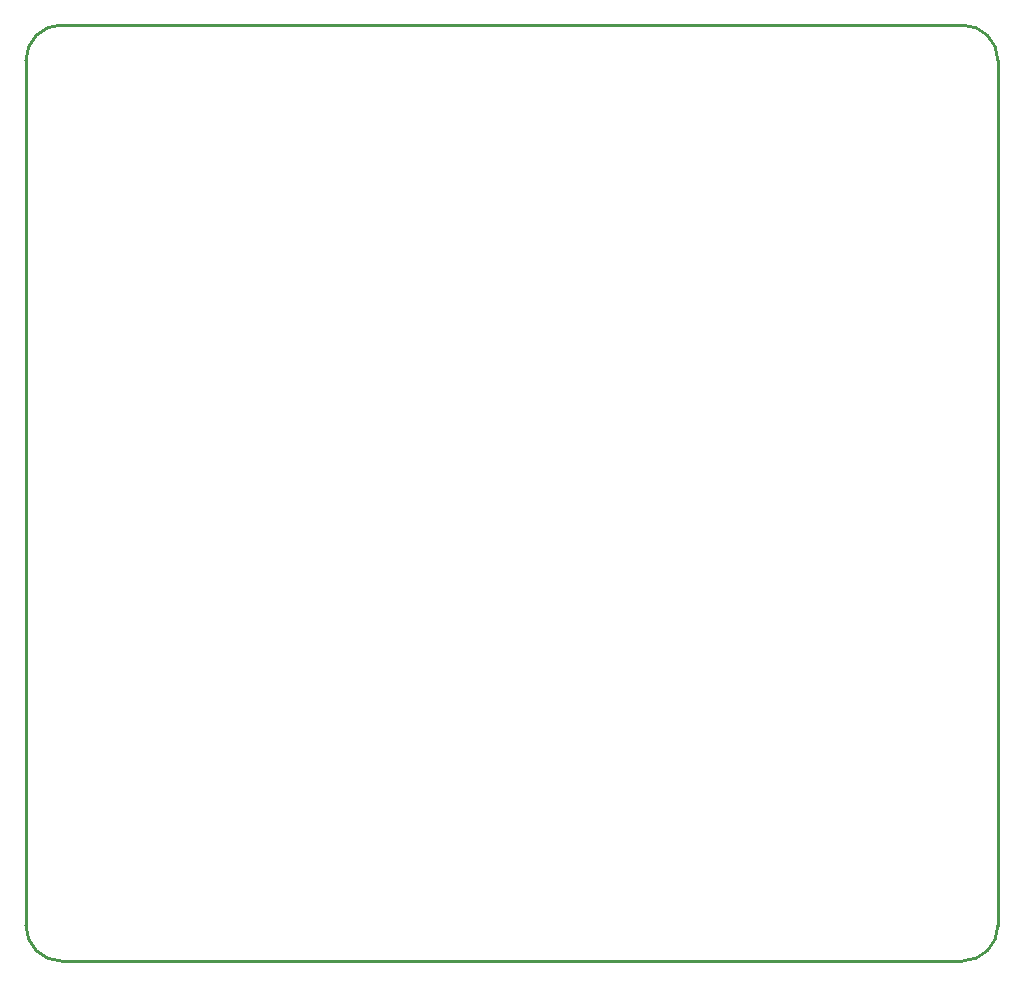
<source format=gko>
G04 Layer: BoardOutlineLayer*
G04 EasyEDA Pro v2.2.34.8, 2025-02-03 13:19:09*
G04 Gerber Generator version 0.3*
G04 Scale: 100 percent, Rotated: No, Reflected: No*
G04 Dimensions in millimeters*
G04 Leading zeros omitted, absolute positions, 4 integers and 5 decimals*
%FSLAX45Y45*%
%MOMM*%
%ADD10C,0.254*%
G75*


G04 Rect Start*
G54D10*
G01X2946400Y2522500D02*
G01X2946400Y9847300D01*
G02X3246400Y10147300I300000J0D01*
G01X10876000Y10147300D01*
G02X11176000Y9847300I0J-300000D01*
G01X11176000Y2522500D01*
G02X10876000Y2222500I-300000J0D01*
G01X3246400Y2222500D01*
G02X2946400Y2522500I0J300000D01*
G04 Rect End*

M02*


</source>
